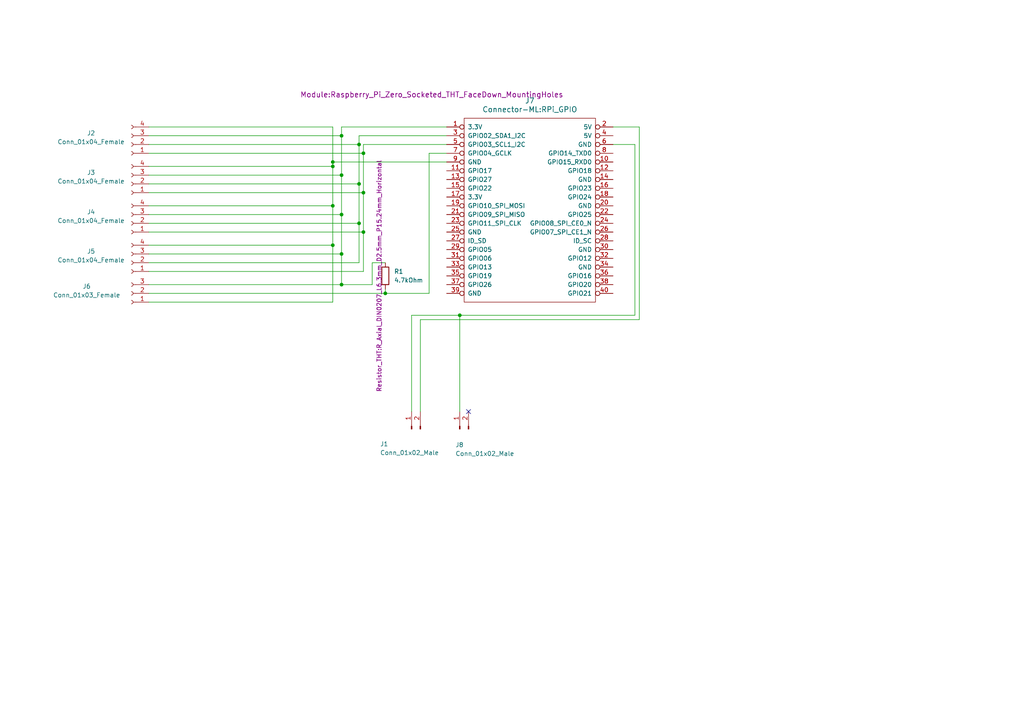
<source format=kicad_sch>
(kicad_sch (version 20231120) (generator "eeschema") (generator_version "8.0")
  (paper "A4")
  (lib_symbols
    (symbol "Connector:Conn_01x02_Male" (pin_names (offset 1.016) hide)
      (property "Reference" "J" (at 0 2.54 0))
      (property "Value" "Conn_01x02_Male" (at 0 -5.08 0))
      (symbol "Conn_01x02_Male_1_1"
        (polyline (pts (xy 1.27 -2.54) (xy 0.8636 -2.54)) (stroke (width 0.1524)))
        (polyline (pts (xy 1.27 0) (xy 0.8636 0)) (stroke (width 0.1524)))
        (rectangle (start 0.8636 -2.413) (end 0 -2.667) (stroke (width 0.1524)) (fill (type outline)))
        (rectangle (start 0.8636 0.127) (end 0 -0.127) (stroke (width 0.1524)) (fill (type outline)))
        (pin passive line (at 5.08 0 180) (length 3.81) (name "Pin_1") (number "1"))
        (pin passive line (at 5.08 -2.54 180) (length 3.81) (name "Pin_2") (number "2"))
      )
    )
    (symbol "Connector:Conn_01x03_Female" (pin_names (offset 1.016) hide)
      (property "Reference" "J" (at 0 5.08 0))
      (property "Value" "Conn_01x03_Female" (at 0 -5.08 0))
      (symbol "Conn_01x03_Female_1_1"
        (arc (start 0 -2.032) (mid -0.5058 -2.54) (end 0 -3.048) (stroke (width 0.1524)))
        (polyline (pts (xy -1.27 -2.54) (xy -0.508 -2.54)) (stroke (width 0.1524)))
        (polyline (pts (xy -1.27 0) (xy -0.508 0)) (stroke (width 0.1524)))
        (polyline (pts (xy -1.27 2.54) (xy -0.508 2.54)) (stroke (width 0.1524)))
        (arc (start 0 0.508) (mid -0.5058 0) (end 0 -0.508) (stroke (width 0.1524)))
        (arc (start 0 3.048) (mid -0.5058 2.54) (end 0 2.032) (stroke (width 0.1524)))
        (pin passive line (at -5.08 2.54 0) (length 3.81) (name "Pin_1") (number "1"))
        (pin passive line (at -5.08 0 0) (length 3.81) (name "Pin_2") (number "2"))
        (pin passive line (at -5.08 -2.54 0) (length 3.81) (name "Pin_3") (number "3"))
      )
    )
    (symbol "Connector:Conn_01x04_Female" (pin_names (offset 1.016) hide)
      (property "Reference" "J" (at 0 5.08 0))
      (property "Value" "Conn_01x04_Female" (at 0 -7.62 0))
      (symbol "Conn_01x04_Female_1_1"
        (arc (start 0 -4.572) (mid -0.5058 -5.08) (end 0 -5.588) (stroke (width 0.1524)))
        (arc (start 0 -2.032) (mid -0.5058 -2.54) (end 0 -3.048) (stroke (width 0.1524)))
        (polyline (pts (xy -1.27 -5.08) (xy -0.508 -5.08)) (stroke (width 0.1524)))
        (polyline (pts (xy -1.27 -2.54) (xy -0.508 -2.54)) (stroke (width 0.1524)))
        (polyline (pts (xy -1.27 0) (xy -0.508 0)) (stroke (width 0.1524)))
        (polyline (pts (xy -1.27 2.54) (xy -0.508 2.54)) (stroke (width 0.1524)))
        (arc (start 0 0.508) (mid -0.5058 0) (end 0 -0.508) (stroke (width 0.1524)))
        (arc (start 0 3.048) (mid -0.5058 2.54) (end 0 2.032) (stroke (width 0.1524)))
        (pin passive line (at -5.08 2.54 0) (length 3.81) (name "Pin_1") (number "1"))
        (pin passive line (at -5.08 0 0) (length 3.81) (name "Pin_2") (number "2"))
        (pin passive line (at -5.08 -2.54 0) (length 3.81) (name "Pin_3") (number "3"))
        (pin passive line (at -5.08 -5.08 0) (length 3.81) (name "Pin_4") (number "4"))
      )
    )
    (symbol "Device:R" (pin_numbers hide) (pin_names (offset 0))
      (property "Reference" "R" (at 2.032 0 90))
      (property "Value" "R" (at 0 0 90))
      (symbol "R_0_1"
        (rectangle (start -1.016 -2.54) (end 1.016 2.54) (stroke (width 0.254)))
      )
      (symbol "R_1_1"
        (pin passive line (at 0 3.81 270) (length 1.27) (name "~") (number "1"))
        (pin passive line (at 0 -3.81 90) (length 1.27) (name "~") (number "2"))
      )
    )
    (symbol "RPi-Zero:Connector-ML{colon}RPi_GPIO" (pin_names (offset 1.016))
      (property "Reference" "J" (at 19.05 6.35 0))
      (property "Value" "Connector-ML:RPi_GPIO" (at 19.05 3.81 0))
      (symbol "Connector-ML{colon}RPi_GPIO_0_1"
        (rectangle (start 0 2.54) (end 38.1 -50.8))
      )
      (symbol "Connector-ML{colon}RPi_GPIO_1_1"
        (pin power_in inverted (at -5.08 0 0) (length 5.08) (name "3.3V") (number "1"))
        (pin bidirectional inverted (at 43.18 -10.16 180) (length 5.08) (name "GPIO15_RXD0") (number "10"))
        (pin bidirectional inverted (at -5.08 -12.7 0) (length 5.08) (name "GPIO17") (number "11"))
        (pin bidirectional inverted (at 43.18 -12.7 180) (length 5.08) (name "GPIO18") (number "12"))
        (pin bidirectional inverted (at -5.08 -15.24 0) (length 5.08) (name "GPIO27") (number "13"))
        (pin power_in inverted (at 43.18 -15.24 180) (length 5.08) (name "GND") (number "14"))
        (pin bidirectional inverted (at -5.08 -17.78 0) (length 5.08) (name "GPIO22") (number "15"))
        (pin bidirectional inverted (at 43.18 -17.78 180) (length 5.08) (name "GPIO23") (number "16"))
        (pin power_in inverted (at -5.08 -20.32 0) (length 5.08) (name "3.3V") (number "17"))
        (pin bidirectional inverted (at 43.18 -20.32 180) (length 5.08) (name "GPIO24") (number "18"))
        (pin bidirectional inverted (at -5.08 -22.86 0) (length 5.08) (name "GPIO10_SPI_MOSI") (number "19"))
        (pin power_in inverted (at 43.18 0 180) (length 5.08) (name "5V") (number "2"))
        (pin power_in inverted (at 43.18 -22.86 180) (length 5.08) (name "GND") (number "20"))
        (pin bidirectional inverted (at -5.08 -25.4 0) (length 5.08) (name "GPIO09_SPI_MISO") (number "21"))
        (pin bidirectional inverted (at 43.18 -25.4 180) (length 5.08) (name "GPIO25") (number "22"))
        (pin bidirectional inverted (at -5.08 -27.94 0) (length 5.08) (name "GPIO11_SPI_CLK") (number "23"))
        (pin bidirectional inverted (at 43.18 -27.94 180) (length 5.08) (name "GPIO08_SPI_CE0_N") (number "24"))
        (pin power_in inverted (at -5.08 -30.48 0) (length 5.08) (name "GND") (number "25"))
        (pin bidirectional inverted (at 43.18 -30.48 180) (length 5.08) (name "GPIO07_SPI_CE1_N") (number "26"))
        (pin bidirectional inverted (at -5.08 -33.02 0) (length 5.08) (name "ID_SD") (number "27"))
        (pin bidirectional inverted (at 43.18 -33.02 180) (length 5.08) (name "ID_SC") (number "28"))
        (pin bidirectional inverted (at -5.08 -35.56 0) (length 5.08) (name "GPIO05") (number "29"))
        (pin bidirectional inverted (at -5.08 -2.54 0) (length 5.08) (name "GPIO02_SDA1_I2C") (number "3"))
        (pin power_in inverted (at 43.18 -35.56 180) (length 5.08) (name "GND") (number "30"))
        (pin bidirectional inverted (at -5.08 -38.1 0) (length 5.08) (name "GPIO06") (number "31"))
        (pin bidirectional inverted (at 43.18 -38.1 180) (length 5.08) (name "GPIO12") (number "32"))
        (pin bidirectional inverted (at -5.08 -40.64 0) (length 5.08) (name "GPIO13") (number "33"))
        (pin power_in inverted (at 43.18 -40.64 180) (length 5.08) (name "GND") (number "34"))
        (pin bidirectional inverted (at -5.08 -43.18 0) (length 5.08) (name "GPIO19") (number "35"))
        (pin bidirectional inverted (at 43.18 -43.18 180) (length 5.08) (name "GPIO16") (number "36"))
        (pin bidirectional inverted (at -5.08 -45.72 0) (length 5.08) (name "GPIO26") (number "37"))
        (pin bidirectional inverted (at 43.18 -45.72 180) (length 5.08) (name "GPIO20") (number "38"))
        (pin power_in inverted (at -5.08 -48.26 0) (length 5.08) (name "GND") (number "39"))
        (pin power_in inverted (at 43.18 -2.54 180) (length 5.08) (name "5V") (number "4"))
        (pin bidirectional inverted (at 43.18 -48.26 180) (length 5.08) (name "GPIO21") (number "40"))
        (pin bidirectional inverted (at -5.08 -5.08 0) (length 5.08) (name "GPIO03_SCL1_I2C") (number "5"))
        (pin power_in inverted (at 43.18 -5.08 180) (length 5.08) (name "GND") (number "6"))
        (pin bidirectional inverted (at -5.08 -7.62 0) (length 5.08) (name "GPIO04_GCLK") (number "7"))
        (pin bidirectional inverted (at 43.18 -7.62 180) (length 5.08) (name "GPIO14_TXD0") (number "8"))
        (pin power_in inverted (at -5.08 -10.16 0) (length 5.08) (name "GND") (number "9"))
      )
    )
  )
  (junction (at 99.06 50.8))
  (junction (at 99.06 73.66))
  (junction (at 96.52 59.69))
  (junction (at 96.52 46.99))
  (junction (at 133.35 91.44))
  (junction (at 105.41 67.31))
  (junction (at 104.14 53.34))
  (junction (at 96.52 48.26))
  (junction (at 104.14 64.77))
  (junction (at 105.41 55.88))
  (junction (at 99.06 39.37))
  (junction (at 99.06 62.23))
  (junction (at 99.06 82.55))
  (junction (at 96.52 71.12))
  (junction (at 105.41 44.45))
  (junction (at 104.14 41.91))
  (junction (at 111.76 85.09))
  (no_connect (at 135.89 119.38))
  (wire (pts (xy 129.54 46.99) (xy 96.52 46.99)))
  (wire (pts (xy 104.14 53.34) (xy 104.14 64.77)))
  (wire (pts (xy 124.46 44.45) (xy 129.54 44.45)))
  (wire (pts (xy 105.41 44.45) (xy 43.18 44.45)))
  (wire (pts (xy 96.52 48.26) (xy 43.18 48.26)))
  (wire (pts (xy 185.42 36.83) (xy 177.8 36.83)))
  (wire (pts (xy 107.95 76.2) (xy 111.76 76.2)))
  (wire (pts (xy 119.38 91.44) (xy 133.35 91.44)))
  (wire (pts (xy 105.41 55.88) (xy 43.18 55.88)))
  (wire (pts (xy 133.35 91.44) (xy 133.35 119.38)))
  (wire (pts (xy 104.14 64.77) (xy 43.18 64.77)))
  (wire (pts (xy 129.54 41.91) (xy 105.41 41.91)))
  (wire (pts (xy 107.95 82.55) (xy 107.95 76.2)))
  (wire (pts (xy 104.14 64.77) (xy 104.14 76.2)))
  (wire (pts (xy 121.92 119.38) (xy 121.92 92.71)))
  (wire (pts (xy 104.14 41.91) (xy 104.14 53.34)))
  (wire (pts (xy 99.06 36.83) (xy 99.06 39.37)))
  (wire (pts (xy 99.06 39.37) (xy 99.06 50.8)))
  (wire (pts (xy 99.06 62.23) (xy 43.18 62.23)))
  (wire (pts (xy 121.92 92.71) (xy 185.42 92.71)))
  (wire (pts (xy 184.15 41.91) (xy 177.8 41.91)))
  (wire (pts (xy 96.52 36.83) (xy 43.18 36.83)))
  (wire (pts (xy 96.52 71.12) (xy 96.52 87.63)))
  (wire (pts (xy 99.06 73.66) (xy 99.06 82.55)))
  (wire (pts (xy 111.76 83.82) (xy 111.76 85.09)))
  (wire (pts (xy 96.52 59.69) (xy 43.18 59.69)))
  (wire (pts (xy 119.38 119.38) (xy 119.38 91.44)))
  (wire (pts (xy 129.54 39.37) (xy 104.14 39.37)))
  (wire (pts (xy 105.41 55.88) (xy 105.41 67.31)))
  (wire (pts (xy 133.35 91.44) (xy 184.15 91.44)))
  (wire (pts (xy 104.14 39.37) (xy 104.14 41.91)))
  (wire (pts (xy 104.14 53.34) (xy 43.18 53.34)))
  (wire (pts (xy 96.52 87.63) (xy 43.18 87.63)))
  (wire (pts (xy 96.52 71.12) (xy 43.18 71.12)))
  (wire (pts (xy 99.06 73.66) (xy 43.18 73.66)))
  (wire (pts (xy 99.06 50.8) (xy 43.18 50.8)))
  (wire (pts (xy 96.52 46.99) (xy 96.52 36.83)))
  (wire (pts (xy 104.14 76.2) (xy 43.18 76.2)))
  (wire (pts (xy 129.54 36.83) (xy 99.06 36.83)))
  (wire (pts (xy 124.46 85.09) (xy 124.46 44.45)))
  (wire (pts (xy 111.76 85.09) (xy 124.46 85.09)))
  (wire (pts (xy 96.52 48.26) (xy 96.52 59.69)))
  (wire (pts (xy 104.14 41.91) (xy 43.18 41.91)))
  (wire (pts (xy 99.06 82.55) (xy 107.95 82.55)))
  (wire (pts (xy 105.41 67.31) (xy 105.41 78.74)))
  (wire (pts (xy 99.06 82.55) (xy 43.18 82.55)))
  (wire (pts (xy 185.42 92.71) (xy 185.42 36.83)))
  (wire (pts (xy 43.18 85.09) (xy 111.76 85.09)))
  (wire (pts (xy 99.06 50.8) (xy 99.06 62.23)))
  (wire (pts (xy 105.41 44.45) (xy 105.41 55.88)))
  (wire (pts (xy 184.15 91.44) (xy 184.15 41.91)))
  (wire (pts (xy 99.06 39.37) (xy 43.18 39.37)))
  (wire (pts (xy 105.41 78.74) (xy 43.18 78.74)))
  (wire (pts (xy 105.41 41.91) (xy 105.41 44.45)))
  (wire (pts (xy 96.52 59.69) (xy 96.52 71.12)))
  (wire (pts (xy 99.06 62.23) (xy 99.06 73.66)))
  (wire (pts (xy 96.52 46.99) (xy 96.52 48.26)))
  (wire (pts (xy 105.41 67.31) (xy 43.18 67.31)))
  (symbol (lib_id "Device:R") (at 111.76 80.01 0) (unit 1)
    (property "Reference" "R1" (at 114.3 78.7399 0) (effects (justify left)))
    (property "Value" "4.7kOhm" (at 114.3 81.2799 0) (effects (justify left)))
    (property "Footprint" "Resistor_THT:R_Axial_DIN0207_L6.3mm_D2.5mm_P15.24mm_Horizontal" (at 109.982 80.01 90))
    (property "Description" "Resistor" (effects (hide yes)))
  )
  (symbol (lib_id "Connector:Conn_01x02_Male") (at 133.35 124.46 90) (unit 1)
    (property "Reference" "J8" (at 132.08 129.032 90) (effects (justify right)))
    (property "Value" "Conn_01x02_Male" (at 132.08 131.572 90) (effects (justify right)))
    (property "Footprint" "Connector_JST:JST_XH_S2B-XH-A_1x02_P2.50mm_Horizontal" (effects (hide yes)))
    (property "Description" "Generic connector, single row, 01x02, script generated (kicad-library-utils/schlib/autogen/connector/)" (effects (hide yes)))
  )
  (symbol (lib_id "Connector:Conn_01x04_Female") (at 38.1 64.77 180) (unit 1)
    (property "Reference" "J4" (at 26.416 61.468 0))
    (property "Value" "Conn_01x04_Female" (at 26.416 64.008 0))
    (property "Footprint" "Connector_JST:JST_XH_S4B-XH-A-1_1x04_P2.50mm_Horizontal" (effects (hide yes)))
    (property "Description" "Generic connector, single row, 01x04, script generated (kicad-library-utils/schlib/autogen/connector/)" (effects (hide yes)))
  )
  (symbol (lib_id "Connector:Conn_01x02_Male") (at 119.38 124.46 90) (unit 1)
    (property "Reference" "J1" (at 110.236 128.778 90) (effects (justify right)))
    (property "Value" "Conn_01x02_Male" (at 110.236 131.318 90) (effects (justify right)))
    (property "Footprint" "Connector_JST:JST_XH_S2B-XH-A_1x02_P2.50mm_Horizontal" (effects (hide yes)))
    (property "Description" "Generic connector, single row, 01x02, script generated (kicad-library-utils/schlib/autogen/connector/)" (effects (hide yes)))
  )
  (symbol (lib_id "Connector:Conn_01x04_Female") (at 38.1 53.34 180) (unit 1)
    (property "Reference" "J3" (at 26.416 50.038 0))
    (property "Value" "Conn_01x04_Female" (at 26.416 52.578 0))
    (property "Footprint" "Connector_JST:JST_XH_S4B-XH-A-1_1x04_P2.50mm_Horizontal" (effects (hide yes)))
    (property "Description" "Generic connector, single row, 01x04, script generated (kicad-library-utils/schlib/autogen/connector/)" (effects (hide yes)))
  )
  (symbol (lib_id "RPi-Zero:Connector-ML{colon}RPi_GPIO") (at 134.62 36.83 0) (unit 1)
    (property "Reference" "J7" (at 153.67 29.21 0) (effects (font (size 1.524 1.524))))
    (property "Value" "Connector-ML:RPi_GPIO" (at 153.67 31.75 0) (effects (font (size 1.524 1.524))))
    (property "Footprint" "Module:Raspberry_Pi_Zero_Socketed_THT_FaceDown_MountingHoles" (at 125.222 27.432 0) (effects (font (size 1.524 1.524))))
  )
  (symbol (lib_id "Connector:Conn_01x04_Female") (at 38.1 41.91 180) (unit 1)
    (property "Reference" "J2" (at 26.416 38.608 0))
    (property "Value" "Conn_01x04_Female" (at 26.416 41.148 0))
    (property "Footprint" "Connector_JST:JST_XH_S4B-XH-A-1_1x04_P2.50mm_Horizontal" (effects (hide yes)))
    (property "Description" "Generic connector, single row, 01x04, script generated (kicad-library-utils/schlib/autogen/connector/)" (effects (hide yes)))
  )
  (symbol (lib_id "Connector:Conn_01x04_Female") (at 38.1 76.2 180) (unit 1)
    (property "Reference" "J5" (at 26.416 72.898 0))
    (property "Value" "Conn_01x04_Female" (at 26.416 75.438 0))
    (property "Footprint" "Connector_JST:JST_XH_S4B-XH-A-1_1x04_P2.50mm_Horizontal" (effects (hide yes)))
    (property "Description" "Generic connector, single row, 01x04, script generated (kicad-library-utils/schlib/autogen/connector/)" (effects (hide yes)))
  )
  (symbol (lib_id "Connector:Conn_01x03_Female") (at 38.1 85.09 180) (unit 1)
    (property "Reference" "J6" (at 25.146 83.058 0))
    (property "Value" "Conn_01x03_Female" (at 25.146 85.598 0))
    (property "Footprint" "Connector_JST:JST_XH_S3B-XH-A_1x03_P2.50mm_Horizontal" (effects (hide yes)))
    (property "Description" "Generic connector, single row, 01x03, script generated (kicad-library-utils/schlib/autogen/connector/)" (effects (hide yes)))
  )
)
</source>
